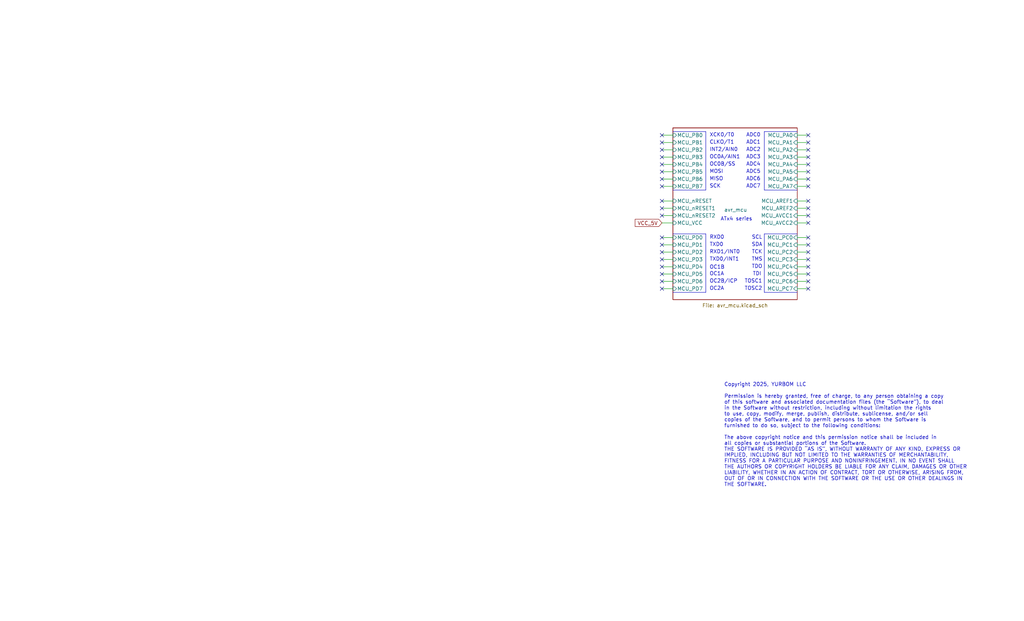
<source format=kicad_sch>
(kicad_sch
	(version 20231120)
	(generator "eeschema")
	(generator_version "8.0")
	(uuid "e63e39d7-6ac0-4ffd-8aa3-1841a4541b55")
	(paper "USLegal")
	(title_block
		(title "ATMega 644 and ATMega1284 microcontroller design")
		(date "2025-02-01")
		(rev "0")
		(company "YURBOM LLC, More details on website - https://yurbom.com")
		(comment 1 "MIT Open Source License - NO ANY WARRANTY. Designed in California, USA.")
		(comment 2 "ATMega 644 and ATMega1284 family microcontroller design template with combined ports")
	)
	(lib_symbols)
	(no_connect
		(at 229.87 100.33)
		(uuid "18657b5e-77a5-4615-8313-e565def38826")
	)
	(no_connect
		(at 229.87 52.07)
		(uuid "240d6aa7-9b54-453d-a510-8b7ccb10cbe7")
	)
	(no_connect
		(at 229.87 85.09)
		(uuid "2d156137-fe90-4c15-8f9e-a0069b48329c")
	)
	(no_connect
		(at 229.87 62.23)
		(uuid "339e0dfd-548f-4656-90af-31f9904cd7dc")
	)
	(no_connect
		(at 280.67 77.47)
		(uuid "380654f8-d36e-4707-8ec6-aef9fde84246")
	)
	(no_connect
		(at 229.87 95.25)
		(uuid "3a1168ac-ed64-4ae7-b7d1-1cbf58cb3a21")
	)
	(no_connect
		(at 280.67 82.55)
		(uuid "42faa4e1-7b73-422b-a701-936b0514d0d6")
	)
	(no_connect
		(at 280.67 97.79)
		(uuid "44bbe0ff-b769-445d-8bed-ce004c7c14ec")
	)
	(no_connect
		(at 229.87 64.77)
		(uuid "462f989d-afc0-423b-a261-e09cc6f3e388")
	)
	(no_connect
		(at 229.87 87.63)
		(uuid "4634bd9a-9a02-49b4-8f7b-5adf87582b19")
	)
	(no_connect
		(at 229.87 90.17)
		(uuid "4897f756-aa6b-44b2-8632-43e3b14cd793")
	)
	(no_connect
		(at 229.87 82.55)
		(uuid "5607c1cb-cce7-4407-9e3c-420dc29a72ae")
	)
	(no_connect
		(at 280.67 95.25)
		(uuid "59ec1e75-7aef-4969-a380-9c84a4da46a1")
	)
	(no_connect
		(at 229.87 92.71)
		(uuid "62d8b152-fd15-4cad-a96b-53729f242ca9")
	)
	(no_connect
		(at 280.67 85.09)
		(uuid "64a98671-a416-4fdd-8e70-7d2f4a3d1d2b")
	)
	(no_connect
		(at 280.67 57.15)
		(uuid "651b0200-c1a1-4772-952c-af7f016e4a0f")
	)
	(no_connect
		(at 229.87 72.39)
		(uuid "6dcf0c62-1a16-4f14-80da-ebc223a167e5")
	)
	(no_connect
		(at 280.67 64.77)
		(uuid "79a56ed2-b5c6-4a17-a859-c00a3c83b246")
	)
	(no_connect
		(at 229.87 59.69)
		(uuid "99ebcc79-b421-42c5-aa86-ce7f2aff282f")
	)
	(no_connect
		(at 280.67 49.53)
		(uuid "a010138e-6d0c-4166-84ca-d56b6aac7d53")
	)
	(no_connect
		(at 280.67 72.39)
		(uuid "a3a06eee-2e20-4d03-b2c2-e31c298e033d")
	)
	(no_connect
		(at 280.67 62.23)
		(uuid "ad4e7442-e0cd-4266-ad4a-66ec28f15f1b")
	)
	(no_connect
		(at 280.67 100.33)
		(uuid "b04608d7-9492-4526-aaa7-3a05cbf43701")
	)
	(no_connect
		(at 229.87 46.99)
		(uuid "b508f2ca-6844-403a-901e-bc90ca62da74")
	)
	(no_connect
		(at 280.67 87.63)
		(uuid "b7d17b90-0ae9-4850-b3bb-0ef32e5b7ffe")
	)
	(no_connect
		(at 280.67 54.61)
		(uuid "bb700561-2389-4f4f-a87f-fcfa811a2b92")
	)
	(no_connect
		(at 229.87 69.85)
		(uuid "bf10fc48-4a68-4e7c-9581-86bd2b876d41")
	)
	(no_connect
		(at 280.67 59.69)
		(uuid "d12c4f47-7de5-49d9-9c6b-af4c391afbf5")
	)
	(no_connect
		(at 280.67 52.07)
		(uuid "d584df61-4242-4bd3-8ced-d9d40b5d9272")
	)
	(no_connect
		(at 280.67 90.17)
		(uuid "d58c2ee5-6ab7-4c3f-bf8e-b4bc8c2f006a")
	)
	(no_connect
		(at 280.67 74.93)
		(uuid "d99dcb07-7575-4c83-9ba0-f499a0ae21e6")
	)
	(no_connect
		(at 229.87 97.79)
		(uuid "da074715-417e-47fd-9da3-296e529207fc")
	)
	(no_connect
		(at 229.87 57.15)
		(uuid "dafd5441-b956-4292-b8aa-abafa9a0687d")
	)
	(no_connect
		(at 280.67 46.99)
		(uuid "e5ec6cbc-6ae2-4307-ad91-c018f9be8ccb")
	)
	(no_connect
		(at 229.87 74.93)
		(uuid "e6beb109-f86b-42cd-bc71-28fcabbdcda4")
	)
	(no_connect
		(at 229.87 54.61)
		(uuid "e80dfea3-3d07-4317-8084-a047a1c84d62")
	)
	(no_connect
		(at 280.67 92.71)
		(uuid "eb61dd47-72b1-4247-bd7f-c760599928d8")
	)
	(no_connect
		(at 280.67 69.85)
		(uuid "f82fbb96-457b-45dc-aa30-61c6c94e79c5")
	)
	(no_connect
		(at 229.87 49.53)
		(uuid "f8c912d1-4c10-4afb-b8bb-74e647f8ecb1")
	)
	(wire
		(pts
			(xy 276.86 52.07) (xy 280.67 52.07)
		)
		(stroke
			(width 0)
			(type default)
		)
		(uuid "01219749-fcec-41d6-ab78-fa29e78e5ffc")
	)
	(polyline
		(pts
			(xy 265.43 81.28) (xy 265.43 101.6)
		)
		(stroke
			(width 0)
			(type default)
		)
		(uuid "108eea61-6392-4a41-aefb-3c7ef25324ba")
	)
	(wire
		(pts
			(xy 229.87 100.33) (xy 233.68 100.33)
		)
		(stroke
			(width 0)
			(type default)
		)
		(uuid "168cd4a7-2b88-453f-aa02-3346b59b479b")
	)
	(wire
		(pts
			(xy 276.86 62.23) (xy 280.67 62.23)
		)
		(stroke
			(width 0)
			(type default)
		)
		(uuid "1be8b37c-7305-442f-a6d4-b2324917e327")
	)
	(wire
		(pts
			(xy 229.87 46.99) (xy 233.68 46.99)
		)
		(stroke
			(width 0)
			(type default)
		)
		(uuid "21ba52da-1bb4-4ab3-86db-9960fb5bca76")
	)
	(wire
		(pts
			(xy 229.87 77.47) (xy 233.68 77.47)
		)
		(stroke
			(width 0)
			(type default)
		)
		(uuid "24eedd16-67dd-40ee-9128-58bc251db1f3")
	)
	(polyline
		(pts
			(xy 233.68 45.72) (xy 245.11 45.72)
		)
		(stroke
			(width 0)
			(type default)
		)
		(uuid "24f35da9-d0d3-4ca1-a282-10588f7cd0ee")
	)
	(wire
		(pts
			(xy 276.86 92.71) (xy 280.67 92.71)
		)
		(stroke
			(width 0)
			(type default)
		)
		(uuid "2780061a-ff9e-414b-beed-826cad5287f1")
	)
	(wire
		(pts
			(xy 229.87 82.55) (xy 233.68 82.55)
		)
		(stroke
			(width 0)
			(type default)
		)
		(uuid "2a3afd4c-e727-4fe5-ae89-5ac1dcb86600")
	)
	(wire
		(pts
			(xy 229.87 72.39) (xy 233.68 72.39)
		)
		(stroke
			(width 0)
			(type default)
		)
		(uuid "2aa09f44-0c9e-4de5-9828-327a179115b1")
	)
	(wire
		(pts
			(xy 229.87 74.93) (xy 233.68 74.93)
		)
		(stroke
			(width 0)
			(type default)
		)
		(uuid "2caf4bb7-f9b0-4ede-ba24-a4278b44056b")
	)
	(polyline
		(pts
			(xy 265.43 66.04) (xy 276.86 66.04)
		)
		(stroke
			(width 0)
			(type default)
		)
		(uuid "398777c7-6b7c-4fea-9215-15a6da06bcb9")
	)
	(polyline
		(pts
			(xy 233.68 81.28) (xy 245.11 81.28)
		)
		(stroke
			(width 0)
			(type default)
		)
		(uuid "425c8f43-737b-442c-a35f-9198360979ff")
	)
	(wire
		(pts
			(xy 229.87 59.69) (xy 233.68 59.69)
		)
		(stroke
			(width 0)
			(type default)
		)
		(uuid "4c5eab1d-b908-47de-98a7-05ab82b2d5f3")
	)
	(wire
		(pts
			(xy 276.86 49.53) (xy 280.67 49.53)
		)
		(stroke
			(width 0)
			(type default)
		)
		(uuid "5458b741-e24b-41e6-b659-30a50f7d9c58")
	)
	(polyline
		(pts
			(xy 276.86 81.28) (xy 265.43 81.28)
		)
		(stroke
			(width 0)
			(type default)
		)
		(uuid "579a71b9-5a4d-4727-a1ab-60e15a8ead85")
	)
	(wire
		(pts
			(xy 276.86 46.99) (xy 280.67 46.99)
		)
		(stroke
			(width 0)
			(type default)
		)
		(uuid "5b3ce977-3229-45ea-b713-47e409dae9f3")
	)
	(wire
		(pts
			(xy 276.86 54.61) (xy 280.67 54.61)
		)
		(stroke
			(width 0)
			(type default)
		)
		(uuid "5caf146b-97ad-4253-b4bc-ae097ad201f1")
	)
	(wire
		(pts
			(xy 276.86 57.15) (xy 280.67 57.15)
		)
		(stroke
			(width 0)
			(type default)
		)
		(uuid "5cf80dd2-e6ab-48ff-941b-8b5e7b212eca")
	)
	(wire
		(pts
			(xy 229.87 69.85) (xy 233.68 69.85)
		)
		(stroke
			(width 0)
			(type default)
		)
		(uuid "7552ba7c-daad-41f3-9143-fb8a4f657ca9")
	)
	(wire
		(pts
			(xy 276.86 69.85) (xy 280.67 69.85)
		)
		(stroke
			(width 0)
			(type default)
		)
		(uuid "75e35eab-cca8-40bf-99e0-e659bc79bd64")
	)
	(polyline
		(pts
			(xy 245.11 66.04) (xy 245.11 45.72)
		)
		(stroke
			(width 0)
			(type default)
		)
		(uuid "80b9ed38-f872-4ce3-b55e-b1f019da397d")
	)
	(wire
		(pts
			(xy 276.86 95.25) (xy 280.67 95.25)
		)
		(stroke
			(width 0)
			(type default)
		)
		(uuid "82ba6e4e-304c-4966-b6c9-d4f98e1b9c02")
	)
	(wire
		(pts
			(xy 276.86 72.39) (xy 280.67 72.39)
		)
		(stroke
			(width 0)
			(type default)
		)
		(uuid "839e5351-ca96-42ef-b47c-ca592b0ba06c")
	)
	(wire
		(pts
			(xy 276.86 64.77) (xy 280.67 64.77)
		)
		(stroke
			(width 0)
			(type default)
		)
		(uuid "83be3038-96d4-4fb0-8ec4-9585f60a5a4a")
	)
	(wire
		(pts
			(xy 229.87 57.15) (xy 233.68 57.15)
		)
		(stroke
			(width 0)
			(type default)
		)
		(uuid "8ad07ceb-ad67-4c5f-99a3-cd86fe5b180c")
	)
	(wire
		(pts
			(xy 229.87 92.71) (xy 233.68 92.71)
		)
		(stroke
			(width 0)
			(type default)
		)
		(uuid "8db538c3-d0ee-4008-bac7-53c35eb42fa5")
	)
	(polyline
		(pts
			(xy 265.43 45.72) (xy 265.43 66.04)
		)
		(stroke
			(width 0)
			(type default)
		)
		(uuid "928fae83-4d54-4329-8bc3-ff3f53216c43")
	)
	(wire
		(pts
			(xy 229.87 85.09) (xy 233.68 85.09)
		)
		(stroke
			(width 0)
			(type default)
		)
		(uuid "96262fd1-7730-4c30-9f79-f08fa027f669")
	)
	(wire
		(pts
			(xy 276.86 100.33) (xy 280.67 100.33)
		)
		(stroke
			(width 0)
			(type default)
		)
		(uuid "97a2496a-8f04-47eb-82e0-7850ada7f3f2")
	)
	(wire
		(pts
			(xy 229.87 54.61) (xy 233.68 54.61)
		)
		(stroke
			(width 0)
			(type default)
		)
		(uuid "9f186411-97a4-4b61-a700-3619ddd90d90")
	)
	(wire
		(pts
			(xy 276.86 85.09) (xy 280.67 85.09)
		)
		(stroke
			(width 0)
			(type default)
		)
		(uuid "a1b84899-32d8-4fed-a61c-c08ee76003fe")
	)
	(wire
		(pts
			(xy 276.86 77.47) (xy 280.67 77.47)
		)
		(stroke
			(width 0)
			(type default)
		)
		(uuid "a7d04e4c-2c84-47f4-8c43-66a8a13fd538")
	)
	(wire
		(pts
			(xy 229.87 97.79) (xy 233.68 97.79)
		)
		(stroke
			(width 0)
			(type default)
		)
		(uuid "a82bf6de-0c38-4473-9f34-338fca5553d6")
	)
	(wire
		(pts
			(xy 229.87 95.25) (xy 233.68 95.25)
		)
		(stroke
			(width 0)
			(type default)
		)
		(uuid "acacf7f9-6309-403c-ba1d-0666ebcdbf7d")
	)
	(polyline
		(pts
			(xy 233.68 101.6) (xy 245.11 101.6)
		)
		(stroke
			(width 0)
			(type default)
		)
		(uuid "ad1ab4e0-d761-429c-8a5f-2b7fc7077c61")
	)
	(polyline
		(pts
			(xy 245.11 101.6) (xy 245.11 81.28)
		)
		(stroke
			(width 0)
			(type default)
		)
		(uuid "afd86c64-478b-49f5-926b-529911aa5196")
	)
	(wire
		(pts
			(xy 276.86 59.69) (xy 280.67 59.69)
		)
		(stroke
			(width 0)
			(type default)
		)
		(uuid "b4fd16bb-63fe-4cc9-b7e8-eb436c1138e4")
	)
	(wire
		(pts
			(xy 276.86 90.17) (xy 280.67 90.17)
		)
		(stroke
			(width 0)
			(type default)
		)
		(uuid "b64a0ab5-9afd-49c9-b528-e7c2d966dc5b")
	)
	(wire
		(pts
			(xy 229.87 64.77) (xy 233.68 64.77)
		)
		(stroke
			(width 0)
			(type default)
		)
		(uuid "ba6e635e-7de5-4776-98b3-bf81df16ba99")
	)
	(wire
		(pts
			(xy 276.86 74.93) (xy 280.67 74.93)
		)
		(stroke
			(width 0)
			(type default)
		)
		(uuid "bf510aa3-2344-4bf9-b470-fe8c27a47230")
	)
	(wire
		(pts
			(xy 276.86 97.79) (xy 280.67 97.79)
		)
		(stroke
			(width 0)
			(type default)
		)
		(uuid "c98d5427-3424-4bbb-84f9-d6247ff49458")
	)
	(wire
		(pts
			(xy 229.87 52.07) (xy 233.68 52.07)
		)
		(stroke
			(width 0)
			(type default)
		)
		(uuid "cb71c921-f113-4680-b805-7c4bffced78d")
	)
	(wire
		(pts
			(xy 229.87 90.17) (xy 233.68 90.17)
		)
		(stroke
			(width 0)
			(type default)
		)
		(uuid "ce1396fd-b3d2-475b-8b36-ca5ba8d5ccb4")
	)
	(polyline
		(pts
			(xy 233.68 66.04) (xy 245.11 66.04)
		)
		(stroke
			(width 0)
			(type default)
		)
		(uuid "cfca1cfa-29eb-4ed0-99cb-ef72139a305a")
	)
	(polyline
		(pts
			(xy 276.86 45.72) (xy 265.43 45.72)
		)
		(stroke
			(width 0)
			(type default)
		)
		(uuid "d9191e82-c653-4792-bcfe-eaa721c38d27")
	)
	(polyline
		(pts
			(xy 265.43 101.6) (xy 276.86 101.6)
		)
		(stroke
			(width 0)
			(type default)
		)
		(uuid "dafcafe3-528e-4525-abe2-822b22e1c43b")
	)
	(wire
		(pts
			(xy 276.86 87.63) (xy 280.67 87.63)
		)
		(stroke
			(width 0)
			(type default)
		)
		(uuid "de60c6f7-ee59-49b1-aa2b-cffbce55dd97")
	)
	(wire
		(pts
			(xy 229.87 49.53) (xy 233.68 49.53)
		)
		(stroke
			(width 0)
			(type default)
		)
		(uuid "e0ef73d0-a53b-4b8c-9610-67b2770e68f2")
	)
	(wire
		(pts
			(xy 229.87 87.63) (xy 233.68 87.63)
		)
		(stroke
			(width 0)
			(type default)
		)
		(uuid "e1e108cb-a523-4cc4-b89d-b5c5d6a9b6d6")
	)
	(wire
		(pts
			(xy 276.86 82.55) (xy 280.67 82.55)
		)
		(stroke
			(width 0)
			(type default)
		)
		(uuid "e4b2a05d-5d6d-4265-a110-e174229a794b")
	)
	(wire
		(pts
			(xy 229.87 62.23) (xy 233.68 62.23)
		)
		(stroke
			(width 0)
			(type default)
		)
		(uuid "fd005b1f-21c4-4f59-b9b2-1f4ecc6c71d9")
	)
	(text "OC2A"
		(exclude_from_sim no)
		(at 246.38 100.33 0)
		(effects
			(font
				(size 1.27 1.27)
			)
			(justify left)
		)
		(uuid "0d0c8300-0b7b-464e-91a6-20c3cf54938c")
	)
	(text "ADC7"
		(exclude_from_sim no)
		(at 261.62 64.77 0)
		(effects
			(font
				(size 1.27 1.27)
			)
		)
		(uuid "208fc9e7-5efd-4500-b494-1a7451eea991")
	)
	(text "ADC1"
		(exclude_from_sim no)
		(at 261.62 49.53 0)
		(effects
			(font
				(size 1.27 1.27)
			)
		)
		(uuid "2a718d7b-ffb9-4262-b9f8-b2abbaef533a")
	)
	(text "RXD1/INT0"
		(exclude_from_sim no)
		(at 246.38 87.63 0)
		(effects
			(font
				(size 1.27 1.27)
			)
			(justify left)
		)
		(uuid "2f15a9b1-9ed5-49df-9e12-cd59a40dec10")
	)
	(text "OC1A"
		(exclude_from_sim no)
		(at 246.38 95.25 0)
		(effects
			(font
				(size 1.27 1.27)
			)
			(justify left)
		)
		(uuid "2fcb6bd8-21d5-4538-9d33-805ceb345043")
	)
	(text "ATx4 series"
		(exclude_from_sim no)
		(at 250.19 76.2 0)
		(effects
			(font
				(size 1.27 1.27)
			)
			(justify left)
		)
		(uuid "31ba4e3f-2fd9-429c-98c8-fcb1a15d0090")
	)
	(text "OC0A/AIN1"
		(exclude_from_sim no)
		(at 246.38 54.61 0)
		(effects
			(font
				(size 1.27 1.27)
			)
			(justify left)
		)
		(uuid "39b7b012-cc83-4a6a-ad69-d92ebde4852c")
	)
	(text "CLKO/T1"
		(exclude_from_sim no)
		(at 246.38 49.53 0)
		(effects
			(font
				(size 1.27 1.27)
			)
			(justify left)
		)
		(uuid "39f68aac-f8eb-4106-9552-2b14acd51775")
	)
	(text "ADC3"
		(exclude_from_sim no)
		(at 261.62 54.61 0)
		(effects
			(font
				(size 1.27 1.27)
			)
		)
		(uuid "43a5e7b9-5552-42cf-bd44-85db4ac0cc98")
	)
	(text "TMS"
		(exclude_from_sim no)
		(at 262.89 90.17 0)
		(effects
			(font
				(size 1.27 1.27)
			)
		)
		(uuid "43d3dc4d-ace8-4bf2-9ffb-3f16e9a492bc")
	)
	(text "TCK"
		(exclude_from_sim no)
		(at 262.89 87.63 0)
		(effects
			(font
				(size 1.27 1.27)
			)
		)
		(uuid "49a160c9-0dc3-4f38-9f3e-4e7d7839b486")
	)
	(text "TDI"
		(exclude_from_sim no)
		(at 262.89 95.25 0)
		(effects
			(font
				(size 1.27 1.27)
			)
		)
		(uuid "4cc96e19-e3a2-4894-a019-f8bed7b40bf3")
	)
	(text "ADC6"
		(exclude_from_sim no)
		(at 261.62 62.23 0)
		(effects
			(font
				(size 1.27 1.27)
			)
		)
		(uuid "4ee04975-4b34-4366-bf47-48570ba0bf6e")
	)
	(text "XCK0/T0"
		(exclude_from_sim no)
		(at 246.38 46.99 0)
		(effects
			(font
				(size 1.27 1.27)
			)
			(justify left)
		)
		(uuid "5306f925-b03e-49bd-a42f-42868b256c2f")
	)
	(text "ADC0"
		(exclude_from_sim no)
		(at 261.62 46.99 0)
		(effects
			(font
				(size 1.27 1.27)
			)
		)
		(uuid "7041ea7d-8dc6-435b-9b18-a8f5e6498a2d")
	)
	(text "SCK"
		(exclude_from_sim no)
		(at 246.38 64.77 0)
		(effects
			(font
				(size 1.27 1.27)
			)
			(justify left)
		)
		(uuid "779d54e8-1524-4a7c-bcd7-0e5c38626e25")
	)
	(text "SCL"
		(exclude_from_sim no)
		(at 262.89 82.55 0)
		(effects
			(font
				(size 1.27 1.27)
			)
		)
		(uuid "79c4fdc1-7c52-455f-9d10-9f90a03306ff")
	)
	(text "OC1B"
		(exclude_from_sim no)
		(at 246.3782 92.9629 0)
		(effects
			(font
				(size 1.27 1.27)
			)
			(justify left)
		)
		(uuid "871d0bdf-8299-4a20-854c-210ac87fa21b")
	)
	(text "Copyright 2025, YURBOM LLC\n\nPermission is hereby granted, free of charge, to any person obtaining a copy\nof this software and associated documentation files (the “Software”), to deal\nin the Software without restriction, including without limitation the rights\nto use, copy, modify, merge, publish, distribute, sublicense, and/or sell\ncopies of the Software, and to permit persons to whom the Software is\nfurnished to do so, subject to the following conditions:\n\nThe above copyright notice and this permission notice shall be included in\nall copies or substantial portions of the Software.\nTHE SOFTWARE IS PROVIDED “AS IS”, WITHOUT WARRANTY OF ANY KIND, EXPRESS OR\nIMPLIED, INCLUDING BUT NOT LIMITED TO THE WARRANTIES OF MERCHANTABILITY,\nFITNESS FOR A PARTICULAR PURPOSE AND NONINFRINGEMENT. IN NO EVENT SHALL\nTHE AUTHORS OR COPYRIGHT HOLDERS BE LIABLE FOR ANY CLAIM, DAMAGES OR OTHER\nLIABILITY, WHETHER IN AN ACTION OF CONTRACT, TORT OR OTHERWISE, ARISING FROM,\nOUT OF OR IN CONNECTION WITH THE SOFTWARE OR THE USE OR OTHER DEALINGS IN\nTHE SOFTWARE.\n"
		(exclude_from_sim no)
		(at 251.46 151.13 0)
		(effects
			(font
				(size 1.27 1.27)
			)
			(justify left)
		)
		(uuid "8bbf17a0-38cb-4970-9cea-6d2facad9350")
	)
	(text "ADC4"
		(exclude_from_sim no)
		(at 261.62 57.15 0)
		(effects
			(font
				(size 1.27 1.27)
			)
		)
		(uuid "8c03585c-41a6-4fd9-bbc3-e884049759a9")
	)
	(text "ADC2"
		(exclude_from_sim no)
		(at 261.62 52.07 0)
		(effects
			(font
				(size 1.27 1.27)
			)
		)
		(uuid "8d8633ee-3a8b-445a-89d4-a4e0fea43a4e")
	)
	(text "SDA"
		(exclude_from_sim no)
		(at 262.89 85.09 0)
		(effects
			(font
				(size 1.27 1.27)
			)
		)
		(uuid "8fdf1dec-587e-4efb-b2e8-cc9d70d4adf0")
	)
	(text "INT2/AIN0"
		(exclude_from_sim no)
		(at 246.38 52.07 0)
		(effects
			(font
				(size 1.27 1.27)
			)
			(justify left)
		)
		(uuid "9ca954ba-d404-4ef6-99a5-ee2b5e2b4630")
	)
	(text "TXD0/INT1"
		(exclude_from_sim no)
		(at 246.38 90.17 0)
		(effects
			(font
				(size 1.27 1.27)
			)
			(justify left)
		)
		(uuid "a6180e2e-ef75-4c14-b091-aad476f537ea")
	)
	(text "ADC5"
		(exclude_from_sim no)
		(at 261.62 59.69 0)
		(effects
			(font
				(size 1.27 1.27)
			)
		)
		(uuid "a7182f16-5763-4e14-a937-6efb32541203")
	)
	(text "MISO"
		(exclude_from_sim no)
		(at 246.38 62.23 0)
		(effects
			(font
				(size 1.27 1.27)
			)
			(justify left)
		)
		(uuid "a78633d8-212b-454d-96ab-99dd2c240dd3")
	)
	(text "TXD0"
		(exclude_from_sim no)
		(at 246.38 85.09 0)
		(effects
			(font
				(size 1.27 1.27)
			)
			(justify left)
		)
		(uuid "c451b4e3-c917-49c7-abc4-be0cfd204ded")
	)
	(text "TOSC2"
		(exclude_from_sim no)
		(at 261.62 100.33 0)
		(effects
			(font
				(size 1.27 1.27)
			)
		)
		(uuid "e030e7ad-c007-4d85-bc61-c7fe600785e1")
	)
	(text "OC2B/ICP"
		(exclude_from_sim no)
		(at 246.38 97.79 0)
		(effects
			(font
				(size 1.27 1.27)
			)
			(justify left)
		)
		(uuid "e07f4924-9bbf-4d0d-ad46-473625b77f47")
	)
	(text "TDO"
		(exclude_from_sim no)
		(at 262.89 92.71 0)
		(effects
			(font
				(size 1.27 1.27)
			)
		)
		(uuid "e0fcecda-ec4f-49ea-90f3-ce5523be29be")
	)
	(text "TOSC1"
		(exclude_from_sim no)
		(at 261.62 97.79 0)
		(effects
			(font
				(size 1.27 1.27)
			)
		)
		(uuid "e95c1611-4176-4721-9478-88e2710f1f2b")
	)
	(text "MOSI"
		(exclude_from_sim no)
		(at 246.38 59.69 0)
		(effects
			(font
				(size 1.27 1.27)
			)
			(justify left)
		)
		(uuid "ea0826f3-6fee-4c2a-82b1-aa5307db8d94")
	)
	(text "RXD0"
		(exclude_from_sim no)
		(at 246.38 82.55 0)
		(effects
			(font
				(size 1.27 1.27)
			)
			(justify left)
		)
		(uuid "eacd2901-9281-46a2-af75-39c6ccf3dc96")
	)
	(text "OC0B/SS"
		(exclude_from_sim no)
		(at 246.38 57.15 0)
		(effects
			(font
				(size 1.27 1.27)
			)
			(justify left)
		)
		(uuid "ffe58742-c503-44ee-86dd-6470609885ad")
	)
	(global_label "VCC_5V"
		(shape input)
		(at 229.87 77.47 180)
		(fields_autoplaced yes)
		(effects
			(font
				(size 1.27 1.27)
			)
			(justify right)
		)
		(uuid "f952ca9f-c49a-45b2-ab23-36c0d2f25dc6")
		(property "Intersheetrefs" "${INTERSHEET_REFS}"
			(at 219.9905 77.47 0)
			(effects
				(font
					(size 1.27 1.27)
				)
				(justify right)
				(hide yes)
			)
		)
	)
	(sheet
		(at 233.68 44.45)
		(size 43.18 59.69)
		(stroke
			(width 0.1524)
			(type solid)
		)
		(fill
			(color 0 0 0 0.0000)
		)
		(uuid "67539b19-4481-4320-8257-69661b7529ca")
		(property "Sheetname" "avr_mcu"
			(at 251.46 73.66 0)
			(effects
				(font
					(size 1.27 1.27)
				)
				(justify left bottom)
			)
		)
		(property "Sheetfile" "avr_mcu.kicad_sch"
			(at 243.84 105.41 0)
			(effects
				(font
					(size 1.27 1.27)
				)
				(justify left top)
			)
		)
		(pin "MCU_PB3" input
			(at 233.68 54.61 180)
			(effects
				(font
					(size 1.27 1.27)
				)
				(justify left)
			)
			(uuid "d1dcb52a-1f3e-45ff-aa43-046be734ef86")
		)
		(pin "MCU_PB4" input
			(at 233.68 57.15 180)
			(effects
				(font
					(size 1.27 1.27)
				)
				(justify left)
			)
			(uuid "9717f4ca-4342-4b56-b60d-970628f262b7")
		)
		(pin "MCU_PB0" input
			(at 233.68 46.99 180)
			(effects
				(font
					(size 1.27 1.27)
				)
				(justify left)
			)
			(uuid "9cf880ce-de7a-4522-bcc6-c570aa5214a4")
		)
		(pin "MCU_PB1" input
			(at 233.68 49.53 180)
			(effects
				(font
					(size 1.27 1.27)
				)
				(justify left)
			)
			(uuid "ec340546-64e4-4c1f-8bae-a75ab73b11eb")
		)
		(pin "MCU_PB2" input
			(at 233.68 52.07 180)
			(effects
				(font
					(size 1.27 1.27)
				)
				(justify left)
			)
			(uuid "fd97921b-f9c1-4ff6-aa2e-b6c98425eace")
		)
		(pin "MCU_PB5" input
			(at 233.68 59.69 180)
			(effects
				(font
					(size 1.27 1.27)
				)
				(justify left)
			)
			(uuid "96b0dd6d-72f6-4531-ba24-a12cb58f938f")
		)
		(pin "MCU_PB6" input
			(at 233.68 62.23 180)
			(effects
				(font
					(size 1.27 1.27)
				)
				(justify left)
			)
			(uuid "d001c269-bcc2-410b-a583-0b933c95c852")
		)
		(pin "MCU_PB7" input
			(at 233.68 64.77 180)
			(effects
				(font
					(size 1.27 1.27)
				)
				(justify left)
			)
			(uuid "29ba5d6c-29a7-4db9-922b-2d9bc26094d5")
		)
		(pin "MCU_PС0" input
			(at 276.86 82.55 0)
			(effects
				(font
					(size 1.27 1.27)
				)
				(justify right)
			)
			(uuid "861a3787-1d29-44dd-bfe8-ff52a5466f1d")
		)
		(pin "MCU_PС1" input
			(at 276.86 85.09 0)
			(effects
				(font
					(size 1.27 1.27)
				)
				(justify right)
			)
			(uuid "09ba6768-660e-45db-a908-c4c45576a9b7")
		)
		(pin "MCU_PС2" input
			(at 276.86 87.63 0)
			(effects
				(font
					(size 1.27 1.27)
				)
				(justify right)
			)
			(uuid "8ec36bc2-b1ee-40ac-a204-47d70d0ce448")
		)
		(pin "MCU_PС3" input
			(at 276.86 90.17 0)
			(effects
				(font
					(size 1.27 1.27)
				)
				(justify right)
			)
			(uuid "4ba2e15a-9912-42b3-afb0-4df79849e053")
		)
		(pin "MCU_PС4" input
			(at 276.86 92.71 0)
			(effects
				(font
					(size 1.27 1.27)
				)
				(justify right)
			)
			(uuid "d6c27572-347a-4f19-a40b-f243272c1d78")
		)
		(pin "MCU_PС5" input
			(at 276.86 95.25 0)
			(effects
				(font
					(size 1.27 1.27)
				)
				(justify right)
			)
			(uuid "927a0926-9ccd-4ff4-ac4a-5564515e337a")
		)
		(pin "MCU_PС6" input
			(at 276.86 97.79 0)
			(effects
				(font
					(size 1.27 1.27)
				)
				(justify right)
			)
			(uuid "21743a1e-00c6-4cd7-a41a-f59c7ea56fef")
		)
		(pin "MCU_PD1" input
			(at 233.68 85.09 180)
			(effects
				(font
					(size 1.27 1.27)
				)
				(justify left)
			)
			(uuid "4e8286c9-9b48-403a-89b0-8a0d163208d4")
		)
		(pin "MCU_PС7" input
			(at 276.86 100.33 0)
			(effects
				(font
					(size 1.27 1.27)
				)
				(justify right)
			)
			(uuid "22391341-afa1-47c9-a20d-dffc088d526c")
		)
		(pin "MCU_PD0" input
			(at 233.68 82.55 180)
			(effects
				(font
					(size 1.27 1.27)
				)
				(justify left)
			)
			(uuid "57c32d21-9898-4bb4-8083-26879261f1a6")
		)
		(pin "MCU_PD2" input
			(at 233.68 87.63 180)
			(effects
				(font
					(size 1.27 1.27)
				)
				(justify left)
			)
			(uuid "588d9452-0afb-4b8f-a0e8-6a770574bbb3")
		)
		(pin "MCU_PD3" input
			(at 233.68 90.17 180)
			(effects
				(font
					(size 1.27 1.27)
				)
				(justify left)
			)
			(uuid "b667f31d-f0ca-4e48-8685-d78faf6c31e0")
		)
		(pin "MCU_PD4" input
			(at 233.68 92.71 180)
			(effects
				(font
					(size 1.27 1.27)
				)
				(justify left)
			)
			(uuid "152c08be-1d1d-4a61-b3f8-2ece59c6498c")
		)
		(pin "MCU_PD5" input
			(at 233.68 95.25 180)
			(effects
				(font
					(size 1.27 1.27)
				)
				(justify left)
			)
			(uuid "8ce949da-f01a-4de4-b1bb-547a0d54eb66")
		)
		(pin "MCU_PD6" input
			(at 233.68 97.79 180)
			(effects
				(font
					(size 1.27 1.27)
				)
				(justify left)
			)
			(uuid "7ce88223-5ef2-42bb-b9c2-921b526acaf8")
		)
		(pin "MCU_PD7" input
			(at 233.68 100.33 180)
			(effects
				(font
					(size 1.27 1.27)
				)
				(justify left)
			)
			(uuid "0b636d97-062f-4822-83e5-917e4a2db9cc")
		)
		(pin "MCU_PA3" input
			(at 276.86 54.61 0)
			(effects
				(font
					(size 1.27 1.27)
				)
				(justify right)
			)
			(uuid "82a92a37-3120-4419-bbf6-d20e8dd102d6")
		)
		(pin "MCU_PA4" input
			(at 276.86 57.15 0)
			(effects
				(font
					(size 1.27 1.27)
				)
				(justify right)
			)
			(uuid "47efdb43-a29a-4770-9075-5eac68955458")
		)
		(pin "MCU_PA2" input
			(at 276.86 52.07 0)
			(effects
				(font
					(size 1.27 1.27)
				)
				(justify right)
			)
			(uuid "6d828705-b151-40c6-98df-6a297c437b0c")
		)
		(pin "MCU_PA1" input
			(at 276.86 49.53 0)
			(effects
				(font
					(size 1.27 1.27)
				)
				(justify right)
			)
			(uuid "aef9aa3d-465f-4614-b487-e732c91cb97c")
		)
		(pin "MCU_PA0" input
			(at 276.86 46.99 0)
			(effects
				(font
					(size 1.27 1.27)
				)
				(justify right)
			)
			(uuid "93c0a776-c50f-4991-8720-49237954d20f")
		)
		(pin "MCU_PA5" input
			(at 276.86 59.69 0)
			(effects
				(font
					(size 1.27 1.27)
				)
				(justify right)
			)
			(uuid "eadc1111-6780-45d7-b389-751cbcf48db1")
		)
		(pin "MCU_PA6" input
			(at 276.86 62.23 0)
			(effects
				(font
					(size 1.27 1.27)
				)
				(justify right)
			)
			(uuid "0d2bac30-d7d9-4b49-9f50-86e990d8506a")
		)
		(pin "MCU_PA7" input
			(at 276.86 64.77 0)
			(effects
				(font
					(size 1.27 1.27)
				)
				(justify right)
			)
			(uuid "fae5e4dd-76cf-49be-9cd4-f16f5b70fc83")
		)
		(pin "MCU_AVCC1" input
			(at 276.86 74.93 0)
			(effects
				(font
					(size 1.27 1.27)
				)
				(justify right)
			)
			(uuid "4e9bd1ac-fac2-49bb-b963-1c5e965d5cf9")
		)
		(pin "MCU_AVCC2" input
			(at 276.86 77.47 0)
			(effects
				(font
					(size 1.27 1.27)
				)
				(justify right)
			)
			(uuid "1a161623-ba10-4081-8501-211881199f40")
		)
		(pin "MCU_nRESET1" input
			(at 233.68 72.39 180)
			(effects
				(font
					(size 1.27 1.27)
				)
				(justify left)
			)
			(uuid "d66faef8-7d55-415c-a487-9178aa402be3")
		)
		(pin "MCU_nRESET2" input
			(at 233.68 74.93 180)
			(effects
				(font
					(size 1.27 1.27)
				)
				(justify left)
			)
			(uuid "26050e4b-4d5f-403c-b5bb-d27d9b620426")
		)
		(pin "MCU_VCC" input
			(at 233.68 77.47 180)
			(effects
				(font
					(size 1.27 1.27)
				)
				(justify left)
			)
			(uuid "a5d84e12-b955-494c-83c9-e05af2047ca4")
		)
		(pin "MCU_nRESET" input
			(at 233.68 69.85 180)
			(effects
				(font
					(size 1.27 1.27)
				)
				(justify left)
			)
			(uuid "4bea7579-90d2-414b-b9c5-267a83d64e8f")
		)
		(pin "MCU_AREF1" input
			(at 276.86 69.85 0)
			(effects
				(font
					(size 1.27 1.27)
				)
				(justify right)
			)
			(uuid "2c618edd-1ac8-42fa-94e1-88bed5a270fd")
		)
		(pin "MCU_AREF2" input
			(at 276.86 72.39 0)
			(effects
				(font
					(size 1.27 1.27)
				)
				(justify right)
			)
			(uuid "4bc83419-e115-41c2-9db5-9b386c00b7e3")
		)
		(instances
			(project "Ki_AVR_universal_a_0"
				(path "/e63e39d7-6ac0-4ffd-8aa3-1841a4541b55"
					(page "2")
				)
			)
		)
	)
	(sheet_instances
		(path "/"
			(page "1")
		)
	)
)

</source>
